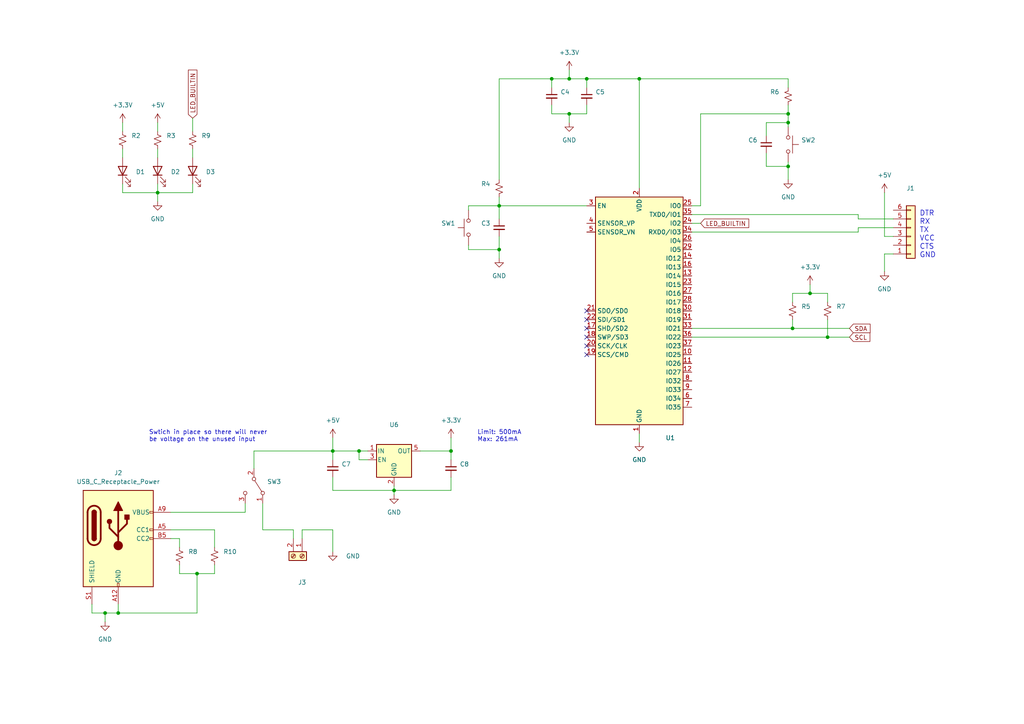
<source format=kicad_sch>
(kicad_sch (version 20211123) (generator eeschema)
  (paper "A4")
  (title_block (title "ESPHome MultiPresence Sensor") (rev "1.0") (comment 1 "Microcontroller and data connection"))
  (lib_symbols
    (symbol "Connector:Screw_Terminal_01x02" (pin_names (offset 1.016) hide)
      (property "Reference" "J" (at 0 2.54 0))
      (property "Value" "Screw_Terminal_01x02" (at 0 -5.08 0))
      (symbol "Screw_Terminal_01x02_1_1"
        (rectangle (start -1.27 1.27) (end 1.27 -3.81) (stroke (width 0.254)) (fill (type background)))
        (circle (center 0 -2.54) (radius 0.635) (stroke (width 0.1524)))
        (polyline (pts (xy -0.5334 -2.2098) (xy 0.3302 -3.048)) (stroke (width 0.1524)))
        (polyline (pts (xy -0.5334 0.3302) (xy 0.3302 -0.508)) (stroke (width 0.1524)))
        (polyline (pts (xy -0.3556 -2.032) (xy 0.508 -2.8702)) (stroke (width 0.1524)))
        (polyline (pts (xy -0.3556 0.508) (xy 0.508 -0.3302)) (stroke (width 0.1524)))
        (circle (center 0 0) (radius 0.635) (stroke (width 0.1524)))
        (pin passive line (at -5.08 0 0) (length 3.81) (name "Pin_1") (number "1"))
        (pin passive line (at -5.08 -2.54 0) (length 3.81) (name "Pin_2") (number "2"))
      )
    )
    (symbol "Connector_Generic:Conn_01x06" (pin_names (offset 1.016) hide)
      (property "Reference" "J" (at 0 7.62 0))
      (property "Value" "Conn_01x06" (at 0 -10.16 0))
      (symbol "Conn_01x06_1_1"
        (rectangle (start -1.27 -7.493) (end 0 -7.747) (stroke (width 0.1524)))
        (rectangle (start -1.27 -4.953) (end 0 -5.207) (stroke (width 0.1524)))
        (rectangle (start -1.27 -2.413) (end 0 -2.667) (stroke (width 0.1524)))
        (rectangle (start -1.27 0.127) (end 0 -0.127) (stroke (width 0.1524)))
        (rectangle (start -1.27 2.667) (end 0 2.413) (stroke (width 0.1524)))
        (rectangle (start -1.27 5.207) (end 0 4.953) (stroke (width 0.1524)))
        (rectangle (start -1.27 6.35) (end 1.27 -8.89) (stroke (width 0.254)) (fill (type background)))
        (pin passive line (at -5.08 5.08 0) (length 3.81) (name "Pin_1") (number "1"))
        (pin passive line (at -5.08 2.54 0) (length 3.81) (name "Pin_2") (number "2"))
        (pin passive line (at -5.08 0 0) (length 3.81) (name "Pin_3") (number "3"))
        (pin passive line (at -5.08 -2.54 0) (length 3.81) (name "Pin_4") (number "4"))
        (pin passive line (at -5.08 -5.08 0) (length 3.81) (name "Pin_5") (number "5"))
        (pin passive line (at -5.08 -7.62 0) (length 3.81) (name "Pin_6") (number "6"))
      )
    )
    (symbol "Device:C_Small" (pin_numbers hide) (pin_names (offset 0.254) hide)
      (property "Reference" "C" (at 0.254 1.778 0))
      (property "Value" "C_Small" (at 0.254 -2.032 0))
      (symbol "C_Small_0_1"
        (polyline (pts (xy -1.524 -0.508) (xy 1.524 -0.508)) (stroke (width 0.3302)))
        (polyline (pts (xy -1.524 0.508) (xy 1.524 0.508)) (stroke (width 0.3048)))
      )
      (symbol "C_Small_1_1"
        (pin passive line (at 0 2.54 270) (length 2.032) (name "~") (number "1"))
        (pin passive line (at 0 -2.54 90) (length 2.032) (name "~") (number "2"))
      )
    )
    (symbol "Device:LED" (pin_numbers hide) (pin_names (offset 1.016) hide)
      (property "Reference" "D" (at 0 2.54 0))
      (property "Value" "LED" (at 0 -2.54 0))
      (symbol "LED_0_1"
        (polyline (pts (xy -1.27 -1.27) (xy -1.27 1.27)) (stroke (width 0.254)))
        (polyline (pts (xy -1.27 0) (xy 1.27 0)))
        (polyline (pts (xy 1.27 -1.27) (xy 1.27 1.27) (xy -1.27 0) (xy 1.27 -1.27)) (stroke (width 0.254)))
        (polyline (pts (xy -3.048 -0.762) (xy -4.572 -2.286) (xy -3.81 -2.286) (xy -4.572 -2.286) (xy -4.572 -1.524)))
        (polyline (pts (xy -1.778 -0.762) (xy -3.302 -2.286) (xy -2.54 -2.286) (xy -3.302 -2.286) (xy -3.302 -1.524)))
      )
      (symbol "LED_1_1"
        (pin passive line (at -3.81 0 0) (length 2.54) (name "K") (number "1"))
        (pin passive line (at 3.81 0 180) (length 2.54) (name "A") (number "2"))
      )
    )
    (symbol "Device:R_Small_US" (pin_numbers hide) (pin_names (offset 0.254) hide)
      (property "Reference" "R" (at 0.762 0.508 0))
      (property "Value" "R_Small_US" (at 0.762 -1.016 0))
      (symbol "R_Small_US_1_1"
        (polyline (pts (xy 0 0) (xy 1.016 -0.381) (xy 0 -0.762) (xy -1.016 -1.143) (xy 0 -1.524)))
        (polyline (pts (xy 0 1.524) (xy 1.016 1.143) (xy 0 0.762) (xy -1.016 0.381) (xy 0 0)))
        (pin passive line (at 0 2.54 270) (length 1.016) (name "~") (number "1"))
        (pin passive line (at 0 -2.54 90) (length 1.016) (name "~") (number "2"))
      )
    )
    (symbol "My Symbols:USB_C_Receptacle_Power" (pin_names (offset 1.016))
      (property "Reference" "J" (at -10.16 12.7 0))
      (property "Value" "USB_C_Receptacle_Power" (at 19.05 12.7 0))
      (symbol "USB_C_Receptacle_Power_0_0"
        (rectangle (start -0.254 -17.78) (end 0.254 -16.764))
        (rectangle (start 10.16 -3.556) (end 9.144 -4.064))
        (rectangle (start 10.16 -1.016) (end 9.144 -1.524))
        (rectangle (start 10.16 4.064) (end 9.144 3.556))
      )
      (symbol "USB_C_Receptacle_Power_0_1"
        (rectangle (start -10.16 10.16) (end 10.16 -17.78) (stroke (width 0.254)) (fill (type background)))
        (arc (start -8.89 -3.81) (mid -6.985 -5.715) (end -5.08 -3.81) (stroke (width 0.508)))
        (arc (start -7.62 -3.81) (mid -6.985 -4.445) (end -6.35 -3.81) (stroke (width 0.254)))
        (arc (start -7.62 -3.81) (mid -6.985 -4.445) (end -6.35 -3.81) (stroke (width 0.254)) (fill (type outline)))
        (rectangle (start -7.62 -3.81) (end -6.35 3.81) (stroke (width 0.254)) (fill (type outline)))
        (arc (start -6.35 3.81) (mid -6.985 4.445) (end -7.62 3.81) (stroke (width 0.254)))
        (arc (start -6.35 3.81) (mid -6.985 4.445) (end -7.62 3.81) (stroke (width 0.254)) (fill (type outline)))
        (arc (start -5.08 3.81) (mid -6.985 5.715) (end -8.89 3.81) (stroke (width 0.508)))
        (circle (center -2.54 1.143) (radius 0.635) (stroke (width 0.254)) (fill (type outline)))
        (circle (center 0 -5.842) (radius 1.27) (fill (type outline)))
        (polyline (pts (xy -8.89 -3.81) (xy -8.89 3.81)) (stroke (width 0.508)))
        (polyline (pts (xy -5.08 3.81) (xy -5.08 -3.81)) (stroke (width 0.508)))
        (polyline (pts (xy 0 -5.842) (xy 0 4.318)) (stroke (width 0.508)))
        (polyline (pts (xy 0 -3.302) (xy -2.54 -0.762) (xy -2.54 0.508)) (stroke (width 0.508)))
        (polyline (pts (xy 0 -2.032) (xy 2.54 0.508) (xy 2.54 1.778)) (stroke (width 0.508)))
        (polyline (pts (xy -1.27 4.318) (xy 0 6.858) (xy 1.27 4.318) (xy -1.27 4.318)) (stroke (width 0.254)) (fill (type outline)))
        (rectangle (start 1.905 1.778) (end 3.175 3.048) (stroke (width 0.254)) (fill (type outline)))
      )
      (symbol "USB_C_Receptacle_Power_1_1"
        (pin passive line (at 0 -22.86 90) (length 5.08) (name "GND") (number "A12"))
        (pin bidirectional line (at 15.24 -1.27 180) (length 5.08) (name "CC1") (number "A5"))
        (pin passive line (at 15.24 3.81 180) (length 5.08) (name "VBUS") (number "A9"))
        (pin passive line (at 0 -22.86 90) (length 5.08) hide (name "GND") (number "B12"))
        (pin bidirectional line (at 15.24 -3.81 180) (length 5.08) (name "CC2") (number "B5"))
        (pin passive line (at 15.24 3.81 180) (length 5.08) hide (name "VBUS") (number "B9"))
        (pin passive line (at -7.62 -22.86 90) (length 5.08) (name "SHIELD") (number "S1"))
      )
    )
    (symbol "RF_Module:ESP32-WROOM-32"
      (property "Reference" "U" (at -12.7 34.29 0))
      (property "Value" "ESP32-WROOM-32" (at 1.27 34.29 0))
      (symbol "ESP32-WROOM-32_0_1"
        (rectangle (start -12.7 33.02) (end 12.7 -33.02) (stroke (width 0.254)) (fill (type background)))
      )
      (symbol "ESP32-WROOM-32_1_1"
        (pin power_in line (at 0 -35.56 90) (length 2.54) (name "GND") (number "1"))
        (pin bidirectional line (at 15.24 -12.7 180) (length 2.54) (name "IO25") (number "10"))
        (pin bidirectional line (at 15.24 -15.24 180) (length 2.54) (name "IO26") (number "11"))
        (pin bidirectional line (at 15.24 -17.78 180) (length 2.54) (name "IO27") (number "12"))
        (pin bidirectional line (at 15.24 10.16 180) (length 2.54) (name "IO14") (number "13"))
        (pin bidirectional line (at 15.24 15.24 180) (length 2.54) (name "IO12") (number "14"))
        (pin passive line (at 0 -35.56 90) (length 2.54) hide (name "GND") (number "15"))
        (pin bidirectional line (at 15.24 12.7 180) (length 2.54) (name "IO13") (number "16"))
        (pin bidirectional line (at -15.24 -5.08 0) (length 2.54) (name "SHD/SD2") (number "17"))
        (pin bidirectional line (at -15.24 -7.62 0) (length 2.54) (name "SWP/SD3") (number "18"))
        (pin bidirectional line (at -15.24 -12.7 0) (length 2.54) (name "SCS/CMD") (number "19"))
        (pin power_in line (at 0 35.56 270) (length 2.54) (name "VDD") (number "2"))
        (pin bidirectional line (at -15.24 -10.16 0) (length 2.54) (name "SCK/CLK") (number "20"))
        (pin bidirectional line (at -15.24 0 0) (length 2.54) (name "SDO/SD0") (number "21"))
        (pin bidirectional line (at -15.24 -2.54 0) (length 2.54) (name "SDI/SD1") (number "22"))
        (pin bidirectional line (at 15.24 7.62 180) (length 2.54) (name "IO15") (number "23"))
        (pin bidirectional line (at 15.24 25.4 180) (length 2.54) (name "IO2") (number "24"))
        (pin bidirectional line (at 15.24 30.48 180) (length 2.54) (name "IO0") (number "25"))
        (pin bidirectional line (at 15.24 20.32 180) (length 2.54) (name "IO4") (number "26"))
        (pin bidirectional line (at 15.24 5.08 180) (length 2.54) (name "IO16") (number "27"))
        (pin bidirectional line (at 15.24 2.54 180) (length 2.54) (name "IO17") (number "28"))
        (pin bidirectional line (at 15.24 17.78 180) (length 2.54) (name "IO5") (number "29"))
        (pin input line (at -15.24 30.48 0) (length 2.54) (name "EN") (number "3"))
        (pin bidirectional line (at 15.24 0 180) (length 2.54) (name "IO18") (number "30"))
        (pin bidirectional line (at 15.24 -2.54 180) (length 2.54) (name "IO19") (number "31"))
        (pin no_connect line (at -12.7 -27.94 0) (length 2.54) hide (name "NC") (number "32"))
        (pin bidirectional line (at 15.24 -5.08 180) (length 2.54) (name "IO21") (number "33"))
        (pin bidirectional line (at 15.24 22.86 180) (length 2.54) (name "RXD0/IO3") (number "34"))
        (pin bidirectional line (at 15.24 27.94 180) (length 2.54) (name "TXD0/IO1") (number "35"))
        (pin bidirectional line (at 15.24 -7.62 180) (length 2.54) (name "IO22") (number "36"))
        (pin bidirectional line (at 15.24 -10.16 180) (length 2.54) (name "IO23") (number "37"))
        (pin passive line (at 0 -35.56 90) (length 2.54) hide (name "GND") (number "38"))
        (pin passive line (at 0 -35.56 90) (length 2.54) hide (name "GND") (number "39"))
        (pin input line (at -15.24 25.4 0) (length 2.54) (name "SENSOR_VP") (number "4"))
        (pin input line (at -15.24 22.86 0) (length 2.54) (name "SENSOR_VN") (number "5"))
        (pin input line (at 15.24 -25.4 180) (length 2.54) (name "IO34") (number "6"))
        (pin input line (at 15.24 -27.94 180) (length 2.54) (name "IO35") (number "7"))
        (pin bidirectional line (at 15.24 -20.32 180) (length 2.54) (name "IO32") (number "8"))
        (pin bidirectional line (at 15.24 -22.86 180) (length 2.54) (name "IO33") (number "9"))
      )
    )
    (symbol "Regulator_Linear:TLV75533PDBV" (pin_names (offset 0.254))
      (property "Reference" "U" (at -3.81 5.715 0))
      (property "Value" "TLV75533PDBV" (at 0 5.715 0))
      (symbol "TLV75533PDBV_0_1"
        (rectangle (start -5.08 4.445) (end 5.08 -5.08) (stroke (width 0.254)) (fill (type background)))
      )
      (symbol "TLV75533PDBV_1_1"
        (pin power_in line (at -7.62 2.54 0) (length 2.54) (name "IN") (number "1"))
        (pin power_in line (at 0 -7.62 90) (length 2.54) (name "GND") (number "2"))
        (pin input line (at -7.62 0 0) (length 2.54) (name "EN") (number "3"))
        (pin no_connect line (at 5.08 0 180) (length 2.54) hide (name "NC") (number "4"))
        (pin power_out line (at 7.62 2.54 180) (length 2.54) (name "OUT") (number "5"))
      )
    )
    (symbol "Switch:SW_Push" (pin_numbers hide) (pin_names (offset 1.016) hide)
      (property "Reference" "SW" (at 1.27 2.54 0))
      (property "Value" "SW_Push" (at 0 -1.524 0))
      (symbol "SW_Push_0_1"
        (circle (center -2.032 0) (radius 0.508))
        (polyline (pts (xy 0 1.27) (xy 0 3.048)))
        (polyline (pts (xy 2.54 1.27) (xy -2.54 1.27)))
        (circle (center 2.032 0) (radius 0.508))
        (pin passive line (at -5.08 0 0) (length 2.54) (name "1") (number "1"))
        (pin passive line (at 5.08 0 180) (length 2.54) (name "2") (number "2"))
      )
    )
    (symbol "Switch:SW_SPDT" (pin_names (offset 0) hide)
      (property "Reference" "SW" (at 0 4.318 0))
      (property "Value" "SW_SPDT" (at 0 -5.08 0))
      (symbol "SW_SPDT_0_0"
        (circle (center -2.032 0) (radius 0.508))
        (circle (center 2.032 -2.54) (radius 0.508))
      )
      (symbol "SW_SPDT_0_1"
        (polyline (pts (xy -1.524 0.254) (xy 1.651 2.286)))
        (circle (center 2.032 2.54) (radius 0.508))
      )
      (symbol "SW_SPDT_1_1"
        (pin passive line (at 5.08 2.54 180) (length 2.54) (name "A") (number "1"))
        (pin passive line (at -5.08 0 0) (length 2.54) (name "B") (number "2"))
        (pin passive line (at 5.08 -2.54 180) (length 2.54) (name "C") (number "3"))
      )
    )
    (symbol "power:+3.3V" (power) (pin_names (offset 0))
      (property "Value" "+3.3V" (at 0 3.556 0))
      (symbol "+3.3V_0_1"
        (polyline (pts (xy -0.762 1.27) (xy 0 2.54)))
        (polyline (pts (xy 0 0) (xy 0 2.54)))
        (polyline (pts (xy 0 2.54) (xy 0.762 1.27)))
      )
      (symbol "+3.3V_1_1"
        (pin power_in line (at 0 0 90) (length 0) hide (name "+3.3V") (number "1"))
      )
    )
    (symbol "power:+5V" (power) (pin_names (offset 0))
      (property "Value" "+5V" (at 0 3.556 0))
      (symbol "+5V_0_1"
        (polyline (pts (xy -0.762 1.27) (xy 0 2.54)))
        (polyline (pts (xy 0 0) (xy 0 2.54)))
        (polyline (pts (xy 0 2.54) (xy 0.762 1.27)))
      )
      (symbol "+5V_1_1"
        (pin power_in line (at 0 0 90) (length 0) hide (name "+5V") (number "1"))
      )
    )
    (symbol "power:GND" (power) (pin_names (offset 0))
      (property "Value" "GND" (at 0 -3.81 0))
      (symbol "GND_0_1"
        (polyline (pts (xy 0 0) (xy 0 -1.27) (xy 1.27 -1.27) (xy 0 -2.54) (xy -1.27 -1.27) (xy 0 -1.27)))
      )
      (symbol "GND_1_1"
        (pin power_in line (at 0 0 270) (length 0) hide (name "GND") (number "1"))
      )
    )
  )
  (junction (at 57.15 166.37))
  (junction (at 228.6 33.02))
  (junction (at 144.78 72.39))
  (junction (at 234.95 85.09))
  (junction (at 45.72 55.88))
  (junction (at 229.87 95.25))
  (junction (at 170.18 22.86))
  (junction (at 165.1 22.86))
  (junction (at 165.1 33.02))
  (junction (at 240.03 97.79))
  (junction (at 185.42 22.86))
  (junction (at 130.81 130.81))
  (junction (at 144.78 59.69))
  (junction (at 228.6 48.26))
  (junction (at 96.52 130.81))
  (junction (at 104.14 130.81))
  (junction (at 228.6 35.56))
  (junction (at 114.3 142.24))
  (junction (at 160.02 22.86))
  (junction (at 34.29 177.8))
  (junction (at 30.48 177.8))
  (no_connect (at 170.18 95.25))
  (no_connect (at 170.18 92.71))
  (no_connect (at 170.18 90.17))
  (no_connect (at 170.18 97.79))
  (no_connect (at 170.18 102.87))
  (no_connect (at 170.18 100.33))
  (wire (pts (xy 144.78 59.69) (xy 144.78 63.5)))
  (wire (pts (xy 144.78 74.93) (xy 144.78 72.39)))
  (wire (pts (xy 256.54 73.66) (xy 259.08 73.66)))
  (wire (pts (xy 96.52 160.02) (xy 96.52 153.67)))
  (wire (pts (xy 76.2 146.05) (xy 76.2 153.67)))
  (wire (pts (xy 240.03 85.09) (xy 240.03 87.63)))
  (wire (pts (xy 222.25 39.37) (xy 222.25 35.56)))
  (wire (pts (xy 135.89 72.39) (xy 135.89 71.12)))
  (wire (pts (xy 229.87 85.09) (xy 234.95 85.09)))
  (wire (pts (xy 200.66 64.77) (xy 203.2 64.77)))
  (wire (pts (xy 45.72 43.18) (xy 45.72 45.72)))
  (wire (pts (xy 170.18 22.86) (xy 185.42 22.86)))
  (wire (pts (xy 130.81 138.43) (xy 130.81 142.24)))
  (wire (pts (xy 55.88 53.34) (xy 55.88 55.88)))
  (wire (pts (xy 49.53 156.21) (xy 52.07 156.21)))
  (wire (pts (xy 55.88 34.29) (xy 55.88 38.1)))
  (wire (pts (xy 62.23 163.83) (xy 62.23 166.37)))
  (wire (pts (xy 240.03 92.71) (xy 240.03 97.79)))
  (wire (pts (xy 234.95 85.09) (xy 240.03 85.09)))
  (wire (pts (xy 144.78 57.15) (xy 144.78 59.69)))
  (wire (pts (xy 85.09 153.67) (xy 76.2 153.67)))
  (wire (pts (xy 248.92 66.04) (xy 248.92 67.31)))
  (wire (pts (xy 165.1 20.32) (xy 165.1 22.86)))
  (wire (pts (xy 52.07 166.37) (xy 57.15 166.37)))
  (wire (pts (xy 165.1 22.86) (xy 170.18 22.86)))
  (wire (pts (xy 229.87 87.63) (xy 229.87 85.09)))
  (wire (pts (xy 57.15 166.37) (xy 57.15 177.8)))
  (wire (pts (xy 34.29 177.8) (xy 30.48 177.8)))
  (wire (pts (xy 170.18 25.4) (xy 170.18 22.86)))
  (wire (pts (xy 234.95 82.55) (xy 234.95 85.09)))
  (wire (pts (xy 104.14 130.81) (xy 106.68 130.81)))
  (wire (pts (xy 57.15 177.8) (xy 34.29 177.8)))
  (wire (pts (xy 228.6 46.99) (xy 228.6 48.26)))
  (wire (pts (xy 26.67 175.26) (xy 26.67 177.8)))
  (wire (pts (xy 160.02 22.86) (xy 160.02 25.4)))
  (wire (pts (xy 96.52 130.81) (xy 104.14 130.81)))
  (wire (pts (xy 144.78 72.39) (xy 135.89 72.39)))
  (wire (pts (xy 96.52 130.81) (xy 96.52 133.35)))
  (wire (pts (xy 160.02 33.02) (xy 165.1 33.02)))
  (wire (pts (xy 228.6 48.26) (xy 228.6 52.07)))
  (wire (pts (xy 200.66 62.23) (xy 248.92 62.23)))
  (wire (pts (xy 45.72 55.88) (xy 55.88 55.88)))
  (wire (pts (xy 130.81 127) (xy 130.81 130.81)))
  (wire (pts (xy 200.66 67.31) (xy 248.92 67.31)))
  (wire (pts (xy 200.66 97.79) (xy 240.03 97.79)))
  (wire (pts (xy 144.78 59.69) (xy 170.18 59.69)))
  (wire (pts (xy 106.68 133.35) (xy 104.14 133.35)))
  (wire (pts (xy 35.56 43.18) (xy 35.56 45.72)))
  (wire (pts (xy 96.52 142.24) (xy 114.3 142.24)))
  (wire (pts (xy 62.23 153.67) (xy 62.23 158.75)))
  (wire (pts (xy 185.42 54.61) (xy 185.42 22.86)))
  (wire (pts (xy 71.12 148.59) (xy 71.12 146.05)))
  (wire (pts (xy 222.25 35.56) (xy 228.6 35.56)))
  (wire (pts (xy 228.6 30.48) (xy 228.6 33.02)))
  (wire (pts (xy 52.07 163.83) (xy 52.07 166.37)))
  (wire (pts (xy 229.87 92.71) (xy 229.87 95.25)))
  (wire (pts (xy 45.72 35.56) (xy 45.72 38.1)))
  (wire (pts (xy 73.66 130.81) (xy 73.66 135.89)))
  (wire (pts (xy 114.3 140.97) (xy 114.3 142.24)))
  (wire (pts (xy 144.78 22.86) (xy 160.02 22.86)))
  (wire (pts (xy 34.29 175.26) (xy 34.29 177.8)))
  (wire (pts (xy 170.18 30.48) (xy 170.18 33.02)))
  (wire (pts (xy 130.81 130.81) (xy 130.81 133.35)))
  (wire (pts (xy 203.2 33.02) (xy 228.6 33.02)))
  (wire (pts (xy 85.09 156.21) (xy 85.09 153.67)))
  (wire (pts (xy 35.56 53.34) (xy 35.56 55.88)))
  (wire (pts (xy 114.3 142.24) (xy 114.3 143.51)))
  (wire (pts (xy 135.89 59.69) (xy 144.78 59.69)))
  (wire (pts (xy 57.15 166.37) (xy 62.23 166.37)))
  (wire (pts (xy 185.42 125.73) (xy 185.42 128.27)))
  (wire (pts (xy 240.03 97.79) (xy 246.38 97.79)))
  (wire (pts (xy 222.25 48.26) (xy 228.6 48.26)))
  (wire (pts (xy 248.92 66.04) (xy 259.08 66.04)))
  (wire (pts (xy 135.89 60.96) (xy 135.89 59.69)))
  (wire (pts (xy 165.1 33.02) (xy 165.1 35.56)))
  (wire (pts (xy 256.54 73.66) (xy 256.54 78.74)))
  (wire (pts (xy 144.78 68.58) (xy 144.78 72.39)))
  (wire (pts (xy 248.92 63.5) (xy 248.92 62.23)))
  (wire (pts (xy 30.48 177.8) (xy 26.67 177.8)))
  (wire (pts (xy 222.25 44.45) (xy 222.25 48.26)))
  (wire (pts (xy 203.2 59.69) (xy 203.2 33.02)))
  (wire (pts (xy 200.66 59.69) (xy 203.2 59.69)))
  (wire (pts (xy 104.14 130.81) (xy 104.14 133.35)))
  (wire (pts (xy 52.07 156.21) (xy 52.07 158.75)))
  (wire (pts (xy 121.92 130.81) (xy 130.81 130.81)))
  (wire (pts (xy 200.66 95.25) (xy 229.87 95.25)))
  (wire (pts (xy 228.6 33.02) (xy 228.6 35.56)))
  (wire (pts (xy 49.53 148.59) (xy 71.12 148.59)))
  (wire (pts (xy 160.02 22.86) (xy 165.1 22.86)))
  (wire (pts (xy 73.66 130.81) (xy 96.52 130.81)))
  (wire (pts (xy 87.63 153.67) (xy 87.63 156.21)))
  (wire (pts (xy 45.72 55.88) (xy 45.72 58.42)))
  (wire (pts (xy 228.6 35.56) (xy 228.6 36.83)))
  (wire (pts (xy 130.81 142.24) (xy 114.3 142.24)))
  (wire (pts (xy 259.08 68.58) (xy 256.54 68.58)))
  (wire (pts (xy 35.56 35.56) (xy 35.56 38.1)))
  (wire (pts (xy 228.6 22.86) (xy 228.6 25.4)))
  (wire (pts (xy 185.42 22.86) (xy 228.6 22.86)))
  (wire (pts (xy 96.52 153.67) (xy 87.63 153.67)))
  (wire (pts (xy 229.87 95.25) (xy 246.38 95.25)))
  (wire (pts (xy 49.53 153.67) (xy 62.23 153.67)))
  (wire (pts (xy 248.92 63.5) (xy 259.08 63.5)))
  (wire (pts (xy 35.56 55.88) (xy 45.72 55.88)))
  (wire (pts (xy 96.52 138.43) (xy 96.52 142.24)))
  (wire (pts (xy 30.48 177.8) (xy 30.48 180.34)))
  (wire (pts (xy 160.02 30.48) (xy 160.02 33.02)))
  (wire (pts (xy 144.78 22.86) (xy 144.78 52.07)))
  (wire (pts (xy 45.72 55.88) (xy 45.72 53.34)))
  (wire (pts (xy 165.1 33.02) (xy 170.18 33.02)))
  (wire (pts (xy 96.52 127) (xy 96.52 130.81)))
  (wire (pts (xy 55.88 43.18) (xy 55.88 45.72)))
  (wire (pts (xy 256.54 55.88) (xy 256.54 68.58)))
  (text "Swtich in place so there will never \nbe voltage on the unused input" (at 43.18 128.27 0) (effects (font (size 1.27 1.27)) (justify left bottom)))
  (text "DTR\nRX\nTX\nVCC\nCTS\nGND" (at 266.7 74.93 0) (effects (font (size 1.5 1.5)) (justify left bottom)))
  (text "Limit: 500mA\nMax: 261mA\n" (at 138.43 128.27 0) (effects (font (size 1.27 1.27)) (justify left bottom)))
  (global_label "LED_BUILTIN" (shape input) (at 203.2 64.77 0) (property "Intersheet References" "${INTERSHEET_REFS}" (effects hide)))
  (global_label "SDA" (shape input) (at 246.38 95.25 0) (property "Intersheet References" "${INTERSHEET_REFS}" (effects hide)))
  (global_label "SCL" (shape input) (at 246.38 97.79 0) (property "Intersheet References" "${INTERSHEET_REFS}" (effects hide)))
  (global_label "LED_BUILTIN" (shape input) (at 55.88 34.29 90) (property "Intersheet References" "${INTERSHEET_REFS}" (effects hide)))
  (symbol (lib_id "power:GND") (at 96.52 160.02 0) (mirror y) (unit 1)
    (property "Reference" "#PWR0124" (effects hide))
  )
  (symbol (lib_id "Device:R_Small_US") (at 240.03 90.17 0) (unit 1)
    (property "Reference" "R7" (at 242.57 88.8999 0) (effects (justify left)))
  )
  (symbol (lib_id "power:GND") (at 256.54 78.74 0) (unit 1)
    (property "Reference" "#PWR0119" (effects hide))
  )
  (symbol (lib_id "power:+3.3V") (at 35.56 35.56 0) (unit 1)
    (property "Reference" "#PWR0118" (effects hide))
  )
  (symbol (lib_id "RF_Module:ESP32-WROOM-32") (at 185.42 90.17 0) (unit 1)
    (property "Reference" "U1" (at 193.04 127 0) (effects (justify left)))
    (property "Datasheet" "https://www.espressif.com/sites/default/files/documentation/esp32-wroom-32_datasheet_en.pdf" (effects hide))
  )
  (symbol (lib_id "Device:LED") (at 35.56 49.53 90) (unit 1)
    (property "Reference" "D1" (at 39.37 49.8474 90) (effects (justify right)))
  )
  (symbol (lib_id "Device:C_Small") (at 170.18 27.94 0) (unit 1)
    (property "Reference" "C5" (at 172.72 26.6762 0) (effects (justify left)))
  )
  (symbol (lib_id "Device:R_Small_US") (at 144.78 54.61 0) (mirror y) (unit 1)
    (property "Reference" "R4" (at 142.24 53.3399 0) (effects (justify left)))
  )
  (symbol (lib_id "power:+3.3V") (at 165.1 20.32 0) (unit 1)
    (property "Reference" "#PWR0113" (effects hide))
  )
  (symbol (lib_id "Device:C_Small") (at 144.78 66.04 0) (mirror y) (unit 1)
    (property "Reference" "C3" (at 142.24 64.7762 0) (effects (justify left)))
  )
  (symbol (lib_id "power:GND") (at 185.42 128.27 0) (unit 1)
    (property "Reference" "#PWR0123" (effects hide))
  )
  (symbol (lib_id "Device:C_Small") (at 96.52 135.89 0) (unit 1)
    (property "Reference" "C7" (at 99.06 134.6262 0) (effects (justify left)))
  )
  (symbol (lib_id "Regulator_Linear:TLV75533PDBV") (at 114.3 133.35 0) (unit 1)
    (property "Reference" "U6" (at 114.3 123.19 0))
    (property "Datasheet" "http://www.ti.com/lit/ds/symlink/tlv755p.pdf" (effects hide))
  )
  (symbol (lib_id "Device:R_Small_US") (at 62.23 161.29 0) (unit 1)
    (property "Reference" "R10" (at 64.77 160.0199 0) (effects (justify left)))
  )
  (symbol (lib_id "Connector_Generic:Conn_01x06") (at 264.16 68.58 0) (mirror x) (unit 1)
    (property "Reference" "J1" (at 262.89 54.61 0) (effects (justify left)))
  )
  (symbol (lib_id "Device:LED") (at 55.88 49.53 90) (unit 1)
    (property "Reference" "D3" (at 59.69 49.8474 90) (effects (justify right)))
  )
  (symbol (lib_id "Switch:SW_Push") (at 228.6 41.91 270) (unit 1)
    (property "Reference" "SW2" (at 232.41 40.6399 90) (effects (justify left)))
  )
  (symbol (lib_id "power:GND") (at 114.3 143.51 0) (unit 1)
    (property "Reference" "#PWR0126" (effects hide))
  )
  (symbol (lib_id "power:+3.3V") (at 130.81 127 0) (unit 1)
    (property "Reference" "#PWR0128" (effects hide))
  )
  (symbol (lib_id "Connector:Screw_Terminal_01x02") (at 87.63 161.29 270) (unit 1)
    (property "Reference" "J3" (at 87.63 168.91 90))
  )
  (symbol (lib_id "power:GND") (at 45.72 58.42 0) (mirror y) (unit 1)
    (property "Reference" "#PWR0117" (effects hide))
  )
  (symbol (lib_id "power:+5V") (at 96.52 127 0) (unit 1)
    (property "Reference" "#PWR0125" (effects hide))
  )
  (symbol (lib_id "Switch:SW_Push") (at 135.89 66.04 90) (mirror x) (unit 1)
    (property "Reference" "SW1" (at 132.08 64.7699 90) (effects (justify left)))
  )
  (symbol (lib_id "power:GND") (at 30.48 180.34 0) (unit 1)
    (property "Reference" "#PWR0127" (effects hide))
  )
  (symbol (lib_id "Device:C_Small") (at 160.02 27.94 0) (unit 1)
    (property "Reference" "C4" (at 162.56 26.6762 0) (effects (justify left)))
  )
  (symbol (lib_id "Device:R_Small_US") (at 35.56 40.64 0) (unit 1)
    (property "Reference" "R2" (at 38.1 39.3699 0) (effects (justify left)))
  )
  (symbol (lib_id "Device:R_Small_US") (at 52.07 161.29 0) (unit 1)
    (property "Reference" "R8" (at 54.61 160.0199 0) (effects (justify left)))
  )
  (symbol (lib_id "Device:LED") (at 45.72 49.53 90) (unit 1)
    (property "Reference" "D2" (at 49.53 49.8474 90) (effects (justify right)))
  )
  (symbol (lib_id "power:+5V") (at 256.54 55.88 0) (unit 1)
    (property "Reference" "#PWR0122" (effects hide))
  )
  (symbol (lib_id "power:+5V") (at 45.72 35.56 0) (unit 1)
    (property "Reference" "#PWR0116" (effects hide))
  )
  (symbol (lib_id "power:+3.3V") (at 234.95 82.55 0) (unit 1)
    (property "Reference" "#PWR0120" (effects hide))
  )
  (symbol (lib_id "Device:R_Small_US") (at 228.6 27.94 0) (mirror y) (unit 1)
    (property "Reference" "R6" (at 226.06 26.6699 0) (effects (justify left)))
  )
  (symbol (lib_id "Switch:SW_SPDT") (at 73.66 140.97 270) (unit 1)
    (property "Reference" "SW3" (at 77.47 139.6999 90) (effects (justify left)))
  )
  (symbol (lib_id "power:GND") (at 144.78 74.93 0) (mirror y) (unit 1)
    (property "Reference" "#PWR0115" (effects hide))
  )
  (symbol (lib_id "Device:C_Small") (at 222.25 41.91 0) (mirror y) (unit 1)
    (property "Reference" "C6" (at 219.71 40.6462 0) (effects (justify left)))
  )
  (symbol (lib_id "power:GND") (at 165.1 35.56 0) (unit 1)
    (property "Reference" "#PWR0114" (effects hide))
  )
  (symbol (lib_id "power:GND") (at 228.6 52.07 0) (unit 1)
    (property "Reference" "#PWR0121" (effects hide))
  )
  (symbol (lib_id "Device:R_Small_US") (at 55.88 40.64 0) (unit 1)
    (property "Reference" "R9" (at 58.42 39.3699 0) (effects (justify left)))
  )
  (symbol (lib_id "Device:R_Small_US") (at 45.72 40.64 0) (unit 1)
    (property "Reference" "R3" (at 48.26 39.3699 0) (effects (justify left)))
  )
  (symbol (lib_id "Device:C_Small") (at 130.81 135.89 0) (unit 1)
    (property "Reference" "C8" (at 133.35 134.6262 0) (effects (justify left)))
  )
  (symbol (lib_id "My Symbols:USB_C_Receptacle_Power") (at 34.29 152.4 0) (unit 1)
    (property "Reference" "J2" (at 34.29 137.16 0))
    (property "Value" "USB_C_Receptacle_Power" (at 34.29 139.7 0))
    (property "Footprint" "My Footprints:USB_C_Power" (effects hide))
    (property "Datasheet" "https://datasheet.lcsc.com/lcsc/2108132030_Hanbo-Electronic-MC-312_C961716.pdf" (effects hide))
  )
  (symbol (lib_id "Device:R_Small_US") (at 229.87 90.17 0) (unit 1)
    (property "Reference" "R5" (at 232.41 88.8999 0) (effects (justify left)))
  )
)
</source>
